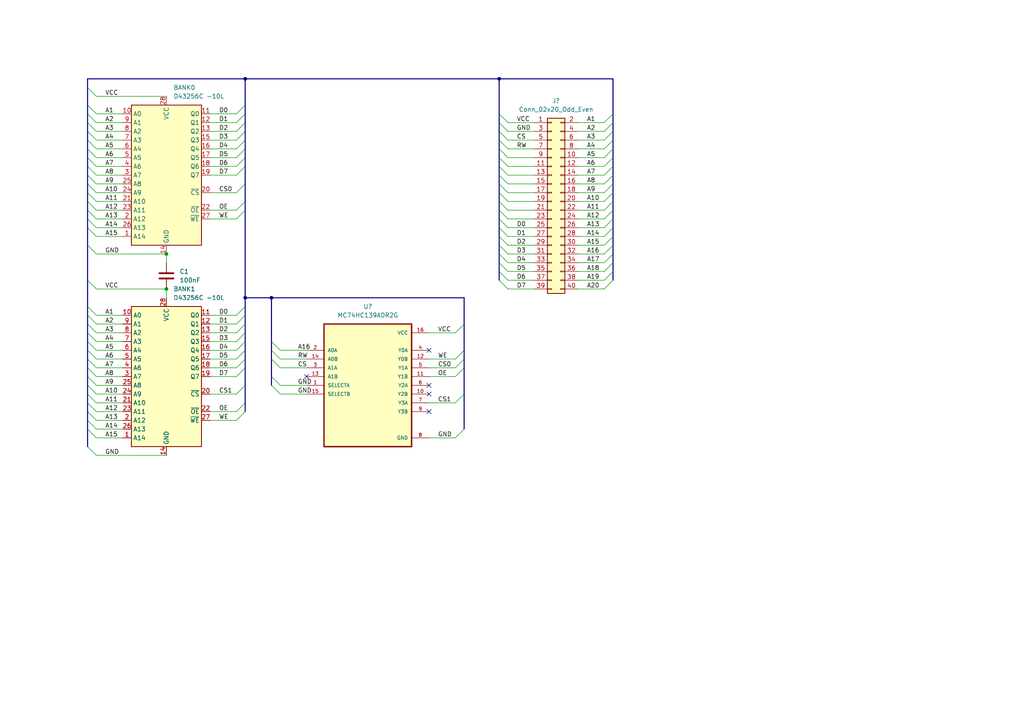
<source format=kicad_sch>
(kicad_sch (version 20211123) (generator eeschema)
  (paper "A4")
  (lib_symbols
    (symbol "Connector_Generic:Conn_02x20_Odd_Even" (pin_names (offset 1.016) hide)
      (property "Reference" "J" (at 1.27 25.4 0))
      (property "Value" "Conn_02x20_Odd_Even" (at 1.27 -27.94 0))
      (symbol "Conn_02x20_Odd_Even_1_1"
        (rectangle (start -1.27 -25.273) (end 0 -25.527) (stroke (width 0.1524)))
        (rectangle (start -1.27 -22.733) (end 0 -22.987) (stroke (width 0.1524)))
        (rectangle (start -1.27 -20.193) (end 0 -20.447) (stroke (width 0.1524)))
        (rectangle (start -1.27 -17.653) (end 0 -17.907) (stroke (width 0.1524)))
        (rectangle (start -1.27 -15.113) (end 0 -15.367) (stroke (width 0.1524)))
        (rectangle (start -1.27 -12.573) (end 0 -12.827) (stroke (width 0.1524)))
        (rectangle (start -1.27 -10.033) (end 0 -10.287) (stroke (width 0.1524)))
        (rectangle (start -1.27 -7.493) (end 0 -7.747) (stroke (width 0.1524)))
        (rectangle (start -1.27 -4.953) (end 0 -5.207) (stroke (width 0.1524)))
        (rectangle (start -1.27 -2.413) (end 0 -2.667) (stroke (width 0.1524)))
        (rectangle (start -1.27 0.127) (end 0 -0.127) (stroke (width 0.1524)))
        (rectangle (start -1.27 2.667) (end 0 2.413) (stroke (width 0.1524)))
        (rectangle (start -1.27 5.207) (end 0 4.953) (stroke (width 0.1524)))
        (rectangle (start -1.27 7.747) (end 0 7.493) (stroke (width 0.1524)))
        (rectangle (start -1.27 10.287) (end 0 10.033) (stroke (width 0.1524)))
        (rectangle (start -1.27 12.827) (end 0 12.573) (stroke (width 0.1524)))
        (rectangle (start -1.27 15.367) (end 0 15.113) (stroke (width 0.1524)))
        (rectangle (start -1.27 17.907) (end 0 17.653) (stroke (width 0.1524)))
        (rectangle (start -1.27 20.447) (end 0 20.193) (stroke (width 0.1524)))
        (rectangle (start -1.27 22.987) (end 0 22.733) (stroke (width 0.1524)))
        (rectangle (start -1.27 24.13) (end 3.81 -26.67) (stroke (width 0.254)) (fill (type background)))
        (rectangle (start 3.81 -25.273) (end 2.54 -25.527) (stroke (width 0.1524)))
        (rectangle (start 3.81 -22.733) (end 2.54 -22.987) (stroke (width 0.1524)))
        (rectangle (start 3.81 -20.193) (end 2.54 -20.447) (stroke (width 0.1524)))
        (rectangle (start 3.81 -17.653) (end 2.54 -17.907) (stroke (width 0.1524)))
        (rectangle (start 3.81 -15.113) (end 2.54 -15.367) (stroke (width 0.1524)))
        (rectangle (start 3.81 -12.573) (end 2.54 -12.827) (stroke (width 0.1524)))
        (rectangle (start 3.81 -10.033) (end 2.54 -10.287) (stroke (width 0.1524)))
        (rectangle (start 3.81 -7.493) (end 2.54 -7.747) (stroke (width 0.1524)))
        (rectangle (start 3.81 -4.953) (end 2.54 -5.207) (stroke (width 0.1524)))
        (rectangle (start 3.81 -2.413) (end 2.54 -2.667) (stroke (width 0.1524)))
        (rectangle (start 3.81 0.127) (end 2.54 -0.127) (stroke (width 0.1524)))
        (rectangle (start 3.81 2.667) (end 2.54 2.413) (stroke (width 0.1524)))
        (rectangle (start 3.81 5.207) (end 2.54 4.953) (stroke (width 0.1524)))
        (rectangle (start 3.81 7.747) (end 2.54 7.493) (stroke (width 0.1524)))
        (rectangle (start 3.81 10.287) (end 2.54 10.033) (stroke (width 0.1524)))
        (rectangle (start 3.81 12.827) (end 2.54 12.573) (stroke (width 0.1524)))
        (rectangle (start 3.81 15.367) (end 2.54 15.113) (stroke (width 0.1524)))
        (rectangle (start 3.81 17.907) (end 2.54 17.653) (stroke (width 0.1524)))
        (rectangle (start 3.81 20.447) (end 2.54 20.193) (stroke (width 0.1524)))
        (rectangle (start 3.81 22.987) (end 2.54 22.733) (stroke (width 0.1524)))
        (pin passive line (at -5.08 22.86 0) (length 3.81) (name "Pin_1") (number "1"))
        (pin passive line (at 7.62 12.7 180) (length 3.81) (name "Pin_10") (number "10"))
        (pin passive line (at -5.08 10.16 0) (length 3.81) (name "Pin_11") (number "11"))
        (pin passive line (at 7.62 10.16 180) (length 3.81) (name "Pin_12") (number "12"))
        (pin passive line (at -5.08 7.62 0) (length 3.81) (name "Pin_13") (number "13"))
        (pin passive line (at 7.62 7.62 180) (length 3.81) (name "Pin_14") (number "14"))
        (pin passive line (at -5.08 5.08 0) (length 3.81) (name "Pin_15") (number "15"))
        (pin passive line (at 7.62 5.08 180) (length 3.81) (name "Pin_16") (number "16"))
        (pin passive line (at -5.08 2.54 0) (length 3.81) (name "Pin_17") (number "17"))
        (pin passive line (at 7.62 2.54 180) (length 3.81) (name "Pin_18") (number "18"))
        (pin passive line (at -5.08 0 0) (length 3.81) (name "Pin_19") (number "19"))
        (pin passive line (at 7.62 22.86 180) (length 3.81) (name "Pin_2") (number "2"))
        (pin passive line (at 7.62 0 180) (length 3.81) (name "Pin_20") (number "20"))
        (pin passive line (at -5.08 -2.54 0) (length 3.81) (name "Pin_21") (number "21"))
        (pin passive line (at 7.62 -2.54 180) (length 3.81) (name "Pin_22") (number "22"))
        (pin passive line (at -5.08 -5.08 0) (length 3.81) (name "Pin_23") (number "23"))
        (pin passive line (at 7.62 -5.08 180) (length 3.81) (name "Pin_24") (number "24"))
        (pin passive line (at -5.08 -7.62 0) (length 3.81) (name "Pin_25") (number "25"))
        (pin passive line (at 7.62 -7.62 180) (length 3.81) (name "Pin_26") (number "26"))
        (pin passive line (at -5.08 -10.16 0) (length 3.81) (name "Pin_27") (number "27"))
        (pin passive line (at 7.62 -10.16 180) (length 3.81) (name "Pin_28") (number "28"))
        (pin passive line (at -5.08 -12.7 0) (length 3.81) (name "Pin_29") (number "29"))
        (pin passive line (at -5.08 20.32 0) (length 3.81) (name "Pin_3") (number "3"))
        (pin passive line (at 7.62 -12.7 180) (length 3.81) (name "Pin_30") (number "30"))
        (pin passive line (at -5.08 -15.24 0) (length 3.81) (name "Pin_31") (number "31"))
        (pin passive line (at 7.62 -15.24 180) (length 3.81) (name "Pin_32") (number "32"))
        (pin passive line (at -5.08 -17.78 0) (length 3.81) (name "Pin_33") (number "33"))
        (pin passive line (at 7.62 -17.78 180) (length 3.81) (name "Pin_34") (number "34"))
        (pin passive line (at -5.08 -20.32 0) (length 3.81) (name "Pin_35") (number "35"))
        (pin passive line (at 7.62 -20.32 180) (length 3.81) (name "Pin_36") (number "36"))
        (pin passive line (at -5.08 -22.86 0) (length 3.81) (name "Pin_37") (number "37"))
        (pin passive line (at 7.62 -22.86 180) (length 3.81) (name "Pin_38") (number "38"))
        (pin passive line (at -5.08 -25.4 0) (length 3.81) (name "Pin_39") (number "39"))
        (pin passive line (at 7.62 20.32 180) (length 3.81) (name "Pin_4") (number "4"))
        (pin passive line (at 7.62 -25.4 180) (length 3.81) (name "Pin_40") (number "40"))
        (pin passive line (at -5.08 17.78 0) (length 3.81) (name "Pin_5") (number "5"))
        (pin passive line (at 7.62 17.78 180) (length 3.81) (name "Pin_6") (number "6"))
        (pin passive line (at -5.08 15.24 0) (length 3.81) (name "Pin_7") (number "7"))
        (pin passive line (at 7.62 15.24 180) (length 3.81) (name "Pin_8") (number "8"))
        (pin passive line (at -5.08 12.7 0) (length 3.81) (name "Pin_9") (number "9"))
      )
    )
    (symbol "Device:C" (pin_numbers hide) (pin_names (offset 0.254))
      (property "Reference" "C" (at 0.635 2.54 0))
      (property "Value" "C" (at 0.635 -2.54 0))
      (symbol "C_0_1"
        (polyline (pts (xy -2.032 -0.762) (xy 2.032 -0.762)) (stroke (width 0.508)))
        (polyline (pts (xy -2.032 0.762) (xy 2.032 0.762)) (stroke (width 0.508)))
      )
      (symbol "C_1_1"
        (pin passive line (at 0 3.81 270) (length 2.794) (name "~") (number "1"))
        (pin passive line (at 0 -3.81 90) (length 2.794) (name "~") (number "2"))
      )
    )
    (symbol "MC74HC139ADR2G:MC74HC139ADR2G" (pin_names (offset 1.016))
      (property "Reference" "U" (at -12.7 18.7706 0))
      (property "Value" "MC74HC139ADR2G" (at -12.7 -21.7678 0))
      (symbol "MC74HC139ADR2G_0_0"
        (rectangle (start -12.7 -17.78) (end 12.7 17.78) (stroke (width 0.4064)) (fill (type background)))
        (pin input line (at -17.78 0 0) (length 5.08) (name "SELECTA") (number "1"))
        (pin output line (at 17.78 -2.54 180) (length 5.08) (name "Y2B") (number "10"))
        (pin output line (at 17.78 2.54 180) (length 5.08) (name "Y1B") (number "11"))
        (pin output line (at 17.78 7.62 180) (length 5.08) (name "Y0B") (number "12"))
        (pin input line (at -17.78 2.54 0) (length 5.08) (name "A1B") (number "13"))
        (pin input line (at -17.78 7.62 0) (length 5.08) (name "A0B") (number "14"))
        (pin input line (at -17.78 -2.54 0) (length 5.08) (name "SELECTB") (number "15"))
        (pin power_in line (at 17.78 15.24 180) (length 5.08) (name "VCC") (number "16"))
        (pin input line (at -17.78 10.16 0) (length 5.08) (name "A0A") (number "2"))
        (pin input line (at -17.78 5.08 0) (length 5.08) (name "A1A") (number "3"))
        (pin output line (at 17.78 10.16 180) (length 5.08) (name "Y0A") (number "4"))
        (pin output line (at 17.78 5.08 180) (length 5.08) (name "Y1A") (number "5"))
        (pin output line (at 17.78 0 180) (length 5.08) (name "Y2A") (number "6"))
        (pin output line (at 17.78 -5.08 180) (length 5.08) (name "Y3A") (number "7"))
        (pin power_in line (at 17.78 -15.24 180) (length 5.08) (name "GND") (number "8"))
        (pin output line (at 17.78 -7.62 180) (length 5.08) (name "Y3B") (number "9"))
      )
    )
    (symbol "Memory_RAM:HM62256BLP"
      (property "Reference" "U" (at -10.16 20.955 0))
      (property "Value" "HM62256BLP" (at 2.54 20.955 0))
      (symbol "HM62256BLP_0_0"
        (pin power_in line (at 0 -22.86 90) (length 2.54) (name "GND") (number "14"))
        (pin power_in line (at 0 22.86 270) (length 2.54) (name "VCC") (number "28"))
      )
      (symbol "HM62256BLP_0_1"
        (rectangle (start -10.16 20.32) (end 10.16 -20.32) (stroke (width 0.254)) (fill (type background)))
      )
      (symbol "HM62256BLP_1_1"
        (pin input line (at -12.7 -17.78 0) (length 2.54) (name "A14") (number "1"))
        (pin input line (at -12.7 17.78 0) (length 2.54) (name "A0") (number "10"))
        (pin tri_state line (at 12.7 17.78 180) (length 2.54) (name "Q0") (number "11"))
        (pin tri_state line (at 12.7 15.24 180) (length 2.54) (name "Q1") (number "12"))
        (pin tri_state line (at 12.7 12.7 180) (length 2.54) (name "Q2") (number "13"))
        (pin tri_state line (at 12.7 10.16 180) (length 2.54) (name "Q3") (number "15"))
        (pin tri_state line (at 12.7 7.62 180) (length 2.54) (name "Q4") (number "16"))
        (pin tri_state line (at 12.7 5.08 180) (length 2.54) (name "Q5") (number "17"))
        (pin tri_state line (at 12.7 2.54 180) (length 2.54) (name "Q6") (number "18"))
        (pin tri_state line (at 12.7 0 180) (length 2.54) (name "Q7") (number "19"))
        (pin input line (at -12.7 -12.7 0) (length 2.54) (name "A12") (number "2"))
        (pin input line (at 12.7 -5.08 180) (length 2.54) (name "~{CS}") (number "20"))
        (pin input line (at -12.7 -7.62 0) (length 2.54) (name "A10") (number "21"))
        (pin input line (at 12.7 -10.16 180) (length 2.54) (name "~{OE}") (number "22"))
        (pin input line (at -12.7 -10.16 0) (length 2.54) (name "A11") (number "23"))
        (pin input line (at -12.7 -5.08 0) (length 2.54) (name "A9") (number "24"))
        (pin input line (at -12.7 -2.54 0) (length 2.54) (name "A8") (number "25"))
        (pin input line (at -12.7 -15.24 0) (length 2.54) (name "A13") (number "26"))
        (pin input line (at 12.7 -12.7 180) (length 2.54) (name "~{WE}") (number "27"))
        (pin input line (at -12.7 0 0) (length 2.54) (name "A7") (number "3"))
        (pin input line (at -12.7 2.54 0) (length 2.54) (name "A6") (number "4"))
        (pin input line (at -12.7 5.08 0) (length 2.54) (name "A5") (number "5"))
        (pin input line (at -12.7 7.62 0) (length 2.54) (name "A4") (number "6"))
        (pin input line (at -12.7 10.16 0) (length 2.54) (name "A3") (number "7"))
        (pin input line (at -12.7 12.7 0) (length 2.54) (name "A2") (number "8"))
        (pin input line (at -12.7 15.24 0) (length 2.54) (name "A1") (number "9"))
      )
    )
  )
  (junction (at 71.12 22.86))
  (junction (at 48.26 83.82))
  (junction (at 78.74 86.36))
  (junction (at 48.26 73.66))
  (junction (at 71.12 86.36))
  (junction (at 144.78 22.86))
  (no_connect (at 88.9 109.22))
  (no_connect (at 124.46 119.38))
  (no_connect (at 124.46 111.76))
  (no_connect (at 124.46 101.6))
  (no_connect (at 124.46 114.3))
  (bus_entry (at 144.78 68.58) (size 2.54 2.54))
  (bus_entry (at 175.26 83.82) (size 2.54 -2.54))
  (bus_entry (at 144.78 71.12) (size 2.54 2.54))
  (bus_entry (at 144.78 66.04) (size 2.54 2.54))
  (bus_entry (at 175.26 45.72) (size 2.54 -2.54))
  (bus_entry (at 144.78 73.66) (size 2.54 2.54))
  (bus_entry (at 144.78 55.88) (size 2.54 2.54))
  (bus_entry (at 144.78 78.74) (size 2.54 2.54))
  (bus_entry (at 175.26 63.5) (size 2.54 -2.54))
  (bus_entry (at 25.4 58.42) (size 2.54 2.54))
  (bus_entry (at 68.58 38.1) (size 2.54 -2.54))
  (bus_entry (at 68.58 43.18) (size 2.54 -2.54))
  (bus_entry (at 144.78 63.5) (size 2.54 2.54))
  (bus_entry (at 25.4 116.84) (size 2.54 2.54))
  (bus_entry (at 68.58 99.06) (size 2.54 -2.54))
  (bus_entry (at 68.58 40.64) (size 2.54 -2.54))
  (bus_entry (at 25.4 111.76) (size 2.54 2.54))
  (bus_entry (at 175.26 43.18) (size 2.54 -2.54))
  (bus_entry (at 175.26 48.26) (size 2.54 -2.54))
  (bus_entry (at 68.58 45.72) (size 2.54 -2.54))
  (bus_entry (at 68.58 101.6) (size 2.54 -2.54))
  (bus_entry (at 25.4 91.44) (size 2.54 2.54))
  (bus_entry (at 25.4 101.6) (size 2.54 2.54))
  (bus_entry (at 175.26 76.2) (size 2.54 -2.54))
  (bus_entry (at 144.78 33.02) (size 2.54 2.54))
  (bus_entry (at 68.58 121.92) (size 2.54 -2.54))
  (bus_entry (at 68.58 60.96) (size 2.54 -2.54))
  (bus_entry (at 68.58 119.38) (size 2.54 -2.54))
  (bus_entry (at 68.58 63.5) (size 2.54 -2.54))
  (bus_entry (at 175.26 60.96) (size 2.54 -2.54))
  (bus_entry (at 25.4 114.3) (size 2.54 2.54))
  (bus_entry (at 25.4 124.46) (size 2.54 2.54))
  (bus_entry (at 175.26 40.64) (size 2.54 -2.54))
  (bus_entry (at 25.4 35.56) (size 2.54 2.54))
  (bus_entry (at 25.4 66.04) (size 2.54 2.54))
  (bus_entry (at 144.78 40.64) (size 2.54 2.54))
  (bus_entry (at 175.26 53.34) (size 2.54 -2.54))
  (bus_entry (at 25.4 33.02) (size 2.54 2.54))
  (bus_entry (at 25.4 43.18) (size 2.54 2.54))
  (bus_entry (at 25.4 121.92) (size 2.54 2.54))
  (bus_entry (at 175.26 50.8) (size 2.54 -2.54))
  (bus_entry (at 175.26 68.58) (size 2.54 -2.54))
  (bus_entry (at 25.4 96.52) (size 2.54 2.54))
  (bus_entry (at 144.78 45.72) (size 2.54 2.54))
  (bus_entry (at 25.4 99.06) (size 2.54 2.54))
  (bus_entry (at 25.4 129.54) (size 2.54 2.54))
  (bus_entry (at 25.4 71.12) (size 2.54 2.54))
  (bus_entry (at 25.4 81.28) (size 2.54 2.54))
  (bus_entry (at 25.4 25.4) (size 2.54 2.54))
  (bus_entry (at 25.4 53.34) (size 2.54 2.54))
  (bus_entry (at 144.78 60.96) (size 2.54 2.54))
  (bus_entry (at 175.26 58.42) (size 2.54 -2.54))
  (bus_entry (at 68.58 35.56) (size 2.54 -2.54))
  (bus_entry (at 144.78 38.1) (size 2.54 2.54))
  (bus_entry (at 25.4 93.98) (size 2.54 2.54))
  (bus_entry (at 68.58 50.8) (size 2.54 -2.54))
  (bus_entry (at 25.4 109.22) (size 2.54 2.54))
  (bus_entry (at 25.4 106.68) (size 2.54 2.54))
  (bus_entry (at 25.4 48.26) (size 2.54 2.54))
  (bus_entry (at 144.78 53.34) (size 2.54 2.54))
  (bus_entry (at 144.78 50.8) (size 2.54 2.54))
  (bus_entry (at 144.78 35.56) (size 2.54 2.54))
  (bus_entry (at 25.4 104.14) (size 2.54 2.54))
  (bus_entry (at 68.58 104.14) (size 2.54 -2.54))
  (bus_entry (at 25.4 55.88) (size 2.54 2.54))
  (bus_entry (at 175.26 66.04) (size 2.54 -2.54))
  (bus_entry (at 175.26 38.1) (size 2.54 -2.54))
  (bus_entry (at 25.4 88.9) (size 2.54 2.54))
  (bus_entry (at 25.4 50.8) (size 2.54 2.54))
  (bus_entry (at 78.74 109.22) (size 2.54 2.54))
  (bus_entry (at 78.74 111.76) (size 2.54 2.54))
  (bus_entry (at 132.08 96.52) (size 2.54 -2.54))
  (bus_entry (at 132.08 104.14) (size 2.54 -2.54))
  (bus_entry (at 78.74 104.14) (size 2.54 2.54))
  (bus_entry (at 78.74 99.06) (size 2.54 2.54))
  (bus_entry (at 78.74 101.6) (size 2.54 2.54))
  (bus_entry (at 132.08 109.22) (size 2.54 -2.54))
  (bus_entry (at 132.08 106.68) (size 2.54 -2.54))
  (bus_entry (at 132.08 127) (size 2.54 -2.54))
  (bus_entry (at 132.08 116.84) (size 2.54 -2.54))
  (bus_entry (at 144.78 81.28) (size 2.54 2.54))
  (bus_entry (at 68.58 93.98) (size 2.54 -2.54))
  (bus_entry (at 68.58 91.44) (size 2.54 -2.54))
  (bus_entry (at 25.4 60.96) (size 2.54 2.54))
  (bus_entry (at 68.58 106.68) (size 2.54 -2.54))
  (bus_entry (at 175.26 55.88) (size 2.54 -2.54))
  (bus_entry (at 175.26 81.28) (size 2.54 -2.54))
  (bus_entry (at 175.26 73.66) (size 2.54 -2.54))
  (bus_entry (at 68.58 96.52) (size 2.54 -2.54))
  (bus_entry (at 25.4 45.72) (size 2.54 2.54))
  (bus_entry (at 25.4 38.1) (size 2.54 2.54))
  (bus_entry (at 175.26 71.12) (size 2.54 -2.54))
  (bus_entry (at 68.58 109.22) (size 2.54 -2.54))
  (bus_entry (at 175.26 35.56) (size 2.54 -2.54))
  (bus_entry (at 175.26 78.74) (size 2.54 -2.54))
  (bus_entry (at 25.4 40.64) (size 2.54 2.54))
  (bus_entry (at 144.78 48.26) (size 2.54 2.54))
  (bus_entry (at 68.58 48.26) (size 2.54 -2.54))
  (bus_entry (at 25.4 30.48) (size 2.54 2.54))
  (bus_entry (at 144.78 43.18) (size 2.54 2.54))
  (bus_entry (at 25.4 119.38) (size 2.54 2.54))
  (bus_entry (at 144.78 76.2) (size 2.54 2.54))
  (bus_entry (at 144.78 58.42) (size 2.54 2.54))
  (bus_entry (at 68.58 55.88) (size 2.54 -2.54))
  (bus_entry (at 68.58 114.3) (size 2.54 -2.54))
  (bus_entry (at 25.4 63.5) (size 2.54 2.54))
  (bus_entry (at 68.58 33.02) (size 2.54 -2.54))
  (wire (pts (xy 60.96 55.88) (xy 68.58 55.88)))
  (bus (pts (xy 25.4 121.92) (xy 25.4 119.38)))
  (bus (pts (xy 177.8 22.86) (xy 177.8 33.02)))
  (wire (pts (xy 27.94 109.22) (xy 35.56 109.22)))
  (bus (pts (xy 25.4 116.84) (xy 25.4 114.3)))
  (bus (pts (xy 177.8 68.58) (xy 177.8 71.12)))
  (bus (pts (xy 71.12 22.86) (xy 71.12 30.48)))
  (bus (pts (xy 144.78 38.1) (xy 144.78 40.64)))
  (wire (pts (xy 147.32 81.28) (xy 154.94 81.28)))
  (bus (pts (xy 71.12 86.36) (xy 78.74 86.36)))
  (wire (pts (xy 167.64 73.66) (xy 175.26 73.66)))
  (bus (pts (xy 71.12 116.84) (xy 71.12 119.38)))
  (bus (pts (xy 25.4 58.42) (xy 25.4 55.88)))
  (wire (pts (xy 147.32 38.1) (xy 154.94 38.1)))
  (wire (pts (xy 60.96 119.38) (xy 68.58 119.38)))
  (wire (pts (xy 60.96 96.52) (xy 68.58 96.52)))
  (bus (pts (xy 177.8 33.02) (xy 177.8 35.56)))
  (bus (pts (xy 144.78 40.64) (xy 144.78 43.18)))
  (wire (pts (xy 147.32 40.64) (xy 154.94 40.64)))
  (wire (pts (xy 60.96 101.6) (xy 68.58 101.6)))
  (bus (pts (xy 144.78 66.04) (xy 144.78 68.58)))
  (wire (pts (xy 124.46 109.22) (xy 132.08 109.22)))
  (wire (pts (xy 124.46 116.84) (xy 132.08 116.84)))
  (wire (pts (xy 27.94 93.98) (xy 35.56 93.98)))
  (bus (pts (xy 177.8 48.26) (xy 177.8 50.8)))
  (bus (pts (xy 71.12 58.42) (xy 71.12 60.96)))
  (wire (pts (xy 60.96 38.1) (xy 68.58 38.1)))
  (wire (pts (xy 27.94 50.8) (xy 35.56 50.8)))
  (wire (pts (xy 147.32 45.72) (xy 154.94 45.72)))
  (wire (pts (xy 60.96 60.96) (xy 68.58 60.96)))
  (wire (pts (xy 27.94 121.92) (xy 35.56 121.92)))
  (bus (pts (xy 71.12 48.26) (xy 71.12 53.34)))
  (bus (pts (xy 25.4 55.88) (xy 25.4 53.34)))
  (bus (pts (xy 25.4 101.6) (xy 25.4 99.06)))
  (bus (pts (xy 71.12 40.64) (xy 71.12 43.18)))
  (wire (pts (xy 27.94 73.66) (xy 48.26 73.66)))
  (bus (pts (xy 71.12 111.76) (xy 71.12 116.84)))
  (wire (pts (xy 48.26 83.82) (xy 48.26 86.36)))
  (wire (pts (xy 27.94 63.5) (xy 35.56 63.5)))
  (bus (pts (xy 71.12 106.68) (xy 71.12 111.76)))
  (wire (pts (xy 167.64 60.96) (xy 175.26 60.96)))
  (bus (pts (xy 25.4 114.3) (xy 25.4 111.76)))
  (bus (pts (xy 71.12 30.48) (xy 71.12 33.02)))
  (bus (pts (xy 25.4 22.86) (xy 71.12 22.86)))
  (bus (pts (xy 177.8 38.1) (xy 177.8 40.64)))
  (wire (pts (xy 124.46 104.14) (xy 132.08 104.14)))
  (wire (pts (xy 27.94 66.04) (xy 35.56 66.04)))
  (bus (pts (xy 144.78 60.96) (xy 144.78 63.5)))
  (bus (pts (xy 71.12 96.52) (xy 71.12 99.06)))
  (wire (pts (xy 167.64 66.04) (xy 175.26 66.04)))
  (wire (pts (xy 27.94 27.94) (xy 48.26 27.94)))
  (wire (pts (xy 60.96 91.44) (xy 68.58 91.44)))
  (bus (pts (xy 144.78 58.42) (xy 144.78 60.96)))
  (bus (pts (xy 144.78 45.72) (xy 144.78 48.26)))
  (wire (pts (xy 27.94 40.64) (xy 35.56 40.64)))
  (wire (pts (xy 27.94 83.82) (xy 48.26 83.82)))
  (bus (pts (xy 144.78 33.02) (xy 144.78 35.56)))
  (bus (pts (xy 177.8 40.64) (xy 177.8 43.18)))
  (bus (pts (xy 71.12 38.1) (xy 71.12 40.64)))
  (bus (pts (xy 25.4 30.48) (xy 25.4 25.4)))
  (wire (pts (xy 60.96 104.14) (xy 68.58 104.14)))
  (bus (pts (xy 78.74 99.06) (xy 78.74 101.6)))
  (wire (pts (xy 27.94 124.46) (xy 35.56 124.46)))
  (bus (pts (xy 25.4 25.4) (xy 25.4 22.86)))
  (wire (pts (xy 147.32 35.56) (xy 154.94 35.56)))
  (wire (pts (xy 27.94 104.14) (xy 35.56 104.14)))
  (bus (pts (xy 25.4 35.56) (xy 25.4 33.02)))
  (wire (pts (xy 27.94 68.58) (xy 35.56 68.58)))
  (bus (pts (xy 134.62 106.68) (xy 134.62 114.3)))
  (bus (pts (xy 177.8 43.18) (xy 177.8 45.72)))
  (wire (pts (xy 27.94 48.26) (xy 35.56 48.26)))
  (bus (pts (xy 25.4 71.12) (xy 25.4 66.04)))
  (wire (pts (xy 167.64 63.5) (xy 175.26 63.5)))
  (bus (pts (xy 144.78 55.88) (xy 144.78 58.42)))
  (wire (pts (xy 27.94 96.52) (xy 35.56 96.52)))
  (bus (pts (xy 134.62 104.14) (xy 134.62 106.68)))
  (wire (pts (xy 167.64 38.1) (xy 175.26 38.1)))
  (wire (pts (xy 147.32 66.04) (xy 154.94 66.04)))
  (bus (pts (xy 25.4 60.96) (xy 25.4 58.42)))
  (wire (pts (xy 167.64 83.82) (xy 175.26 83.82)))
  (bus (pts (xy 25.4 33.02) (xy 25.4 30.48)))
  (wire (pts (xy 60.96 43.18) (xy 68.58 43.18)))
  (bus (pts (xy 25.4 93.98) (xy 25.4 91.44)))
  (wire (pts (xy 147.32 68.58) (xy 154.94 68.58)))
  (bus (pts (xy 25.4 99.06) (xy 25.4 96.52)))
  (wire (pts (xy 167.64 35.56) (xy 175.26 35.56)))
  (wire (pts (xy 60.96 114.3) (xy 68.58 114.3)))
  (wire (pts (xy 147.32 55.88) (xy 154.94 55.88)))
  (bus (pts (xy 71.12 101.6) (xy 71.12 104.14)))
  (bus (pts (xy 25.4 111.76) (xy 25.4 109.22)))
  (wire (pts (xy 124.46 127) (xy 132.08 127)))
  (wire (pts (xy 27.94 119.38) (xy 35.56 119.38)))
  (wire (pts (xy 81.28 114.3) (xy 88.9 114.3)))
  (wire (pts (xy 27.94 60.96) (xy 35.56 60.96)))
  (bus (pts (xy 25.4 43.18) (xy 25.4 40.64)))
  (bus (pts (xy 71.12 99.06) (xy 71.12 101.6)))
  (wire (pts (xy 27.94 43.18) (xy 35.56 43.18)))
  (wire (pts (xy 147.32 63.5) (xy 154.94 63.5)))
  (wire (pts (xy 167.64 53.34) (xy 175.26 53.34)))
  (wire (pts (xy 60.96 63.5) (xy 68.58 63.5)))
  (wire (pts (xy 147.32 43.18) (xy 154.94 43.18)))
  (bus (pts (xy 71.12 60.96) (xy 71.12 86.36)))
  (bus (pts (xy 177.8 73.66) (xy 177.8 76.2)))
  (bus (pts (xy 144.78 53.34) (xy 144.78 55.88)))
  (wire (pts (xy 60.96 121.92) (xy 68.58 121.92)))
  (bus (pts (xy 71.12 22.86) (xy 144.78 22.86)))
  (bus (pts (xy 177.8 66.04) (xy 177.8 68.58)))
  (wire (pts (xy 147.32 71.12) (xy 154.94 71.12)))
  (bus (pts (xy 144.78 71.12) (xy 144.78 73.66)))
  (bus (pts (xy 177.8 53.34) (xy 177.8 55.88)))
  (wire (pts (xy 167.64 78.74) (xy 175.26 78.74)))
  (bus (pts (xy 25.4 124.46) (xy 25.4 121.92)))
  (wire (pts (xy 60.96 93.98) (xy 68.58 93.98)))
  (bus (pts (xy 177.8 63.5) (xy 177.8 66.04)))
  (bus (pts (xy 71.12 53.34) (xy 71.12 58.42)))
  (bus (pts (xy 177.8 45.72) (xy 177.8 48.26)))
  (wire (pts (xy 167.64 71.12) (xy 175.26 71.12)))
  (wire (pts (xy 27.94 58.42) (xy 35.56 58.42)))
  (bus (pts (xy 25.4 106.68) (xy 25.4 104.14)))
  (bus (pts (xy 177.8 71.12) (xy 177.8 73.66)))
  (bus (pts (xy 144.78 78.74) (xy 144.78 81.28)))
  (bus (pts (xy 25.4 40.64) (xy 25.4 38.1)))
  (wire (pts (xy 167.64 50.8) (xy 175.26 50.8)))
  (bus (pts (xy 177.8 76.2) (xy 177.8 78.74)))
  (bus (pts (xy 134.62 101.6) (xy 134.62 104.14)))
  (wire (pts (xy 60.96 99.06) (xy 68.58 99.06)))
  (bus (pts (xy 71.12 91.44) (xy 71.12 93.98)))
  (bus (pts (xy 177.8 50.8) (xy 177.8 53.34)))
  (wire (pts (xy 60.96 35.56) (xy 68.58 35.56)))
  (wire (pts (xy 60.96 33.02) (xy 68.58 33.02)))
  (wire (pts (xy 60.96 50.8) (xy 68.58 50.8)))
  (bus (pts (xy 177.8 35.56) (xy 177.8 38.1)))
  (bus (pts (xy 78.74 86.36) (xy 134.62 86.36)))
  (bus (pts (xy 78.74 104.14) (xy 78.74 109.22)))
  (wire (pts (xy 60.96 40.64) (xy 68.58 40.64)))
  (wire (pts (xy 167.64 76.2) (xy 175.26 76.2)))
  (bus (pts (xy 78.74 101.6) (xy 78.74 104.14)))
  (bus (pts (xy 177.8 60.96) (xy 177.8 63.5)))
  (wire (pts (xy 147.32 48.26) (xy 154.94 48.26)))
  (wire (pts (xy 124.46 106.68) (xy 132.08 106.68)))
  (wire (pts (xy 167.64 45.72) (xy 175.26 45.72)))
  (wire (pts (xy 60.96 48.26) (xy 68.58 48.26)))
  (wire (pts (xy 147.32 53.34) (xy 154.94 53.34)))
  (bus (pts (xy 177.8 58.42) (xy 177.8 60.96)))
  (wire (pts (xy 167.64 40.64) (xy 175.26 40.64)))
  (bus (pts (xy 25.4 104.14) (xy 25.4 101.6)))
  (bus (pts (xy 25.4 88.9) (xy 25.4 81.28)))
  (bus (pts (xy 71.12 35.56) (xy 71.12 38.1)))
  (wire (pts (xy 167.64 81.28) (xy 175.26 81.28)))
  (bus (pts (xy 25.4 96.52) (xy 25.4 93.98)))
  (wire (pts (xy 27.94 35.56) (xy 35.56 35.56)))
  (bus (pts (xy 144.78 43.18) (xy 144.78 45.72)))
  (wire (pts (xy 81.28 104.14) (xy 88.9 104.14)))
  (bus (pts (xy 144.78 76.2) (xy 144.78 78.74)))
  (wire (pts (xy 27.94 127) (xy 35.56 127)))
  (wire (pts (xy 167.64 43.18) (xy 175.26 43.18)))
  (bus (pts (xy 25.4 91.44) (xy 25.4 88.9)))
  (bus (pts (xy 144.78 63.5) (xy 144.78 66.04)))
  (bus (pts (xy 71.12 104.14) (xy 71.12 106.68)))
  (wire (pts (xy 147.32 76.2) (xy 154.94 76.2)))
  (bus (pts (xy 144.78 68.58) (xy 144.78 71.12)))
  (bus (pts (xy 177.8 55.88) (xy 177.8 58.42)))
  (bus (pts (xy 177.8 78.74) (xy 177.8 81.28)))
  (wire (pts (xy 147.32 58.42) (xy 154.94 58.42)))
  (bus (pts (xy 25.4 81.28) (xy 25.4 71.12)))
  (bus (pts (xy 25.4 124.46) (xy 25.4 129.54)))
  (wire (pts (xy 167.64 48.26) (xy 175.26 48.26)))
  (wire (pts (xy 27.94 53.34) (xy 35.56 53.34)))
  (bus (pts (xy 134.62 114.3) (xy 134.62 124.46)))
  (wire (pts (xy 27.94 132.08) (xy 48.26 132.08)))
  (bus (pts (xy 134.62 86.36) (xy 134.62 93.98)))
  (bus (pts (xy 144.78 35.56) (xy 144.78 38.1)))
  (bus (pts (xy 25.4 119.38) (xy 25.4 116.84)))
  (wire (pts (xy 27.94 101.6) (xy 35.56 101.6)))
  (bus (pts (xy 144.78 50.8) (xy 144.78 53.34)))
  (wire (pts (xy 27.94 91.44) (xy 35.56 91.44)))
  (wire (pts (xy 27.94 106.68) (xy 35.56 106.68)))
  (wire (pts (xy 27.94 33.02) (xy 35.56 33.02)))
  (bus (pts (xy 25.4 63.5) (xy 25.4 60.96)))
  (wire (pts (xy 60.96 106.68) (xy 68.58 106.68)))
  (wire (pts (xy 48.26 73.66) (xy 48.26 76.2)))
  (bus (pts (xy 144.78 73.66) (xy 144.78 76.2)))
  (wire (pts (xy 147.32 73.66) (xy 154.94 73.66)))
  (bus (pts (xy 25.4 50.8) (xy 25.4 48.26)))
  (bus (pts (xy 144.78 22.86) (xy 177.8 22.86)))
  (wire (pts (xy 124.46 96.52) (xy 132.08 96.52)))
  (wire (pts (xy 60.96 109.22) (xy 68.58 109.22)))
  (wire (pts (xy 147.32 50.8) (xy 154.94 50.8)))
  (bus (pts (xy 71.12 43.18) (xy 71.12 45.72)))
  (wire (pts (xy 167.64 55.88) (xy 175.26 55.88)))
  (bus (pts (xy 25.4 38.1) (xy 25.4 35.56)))
  (bus (pts (xy 71.12 33.02) (xy 71.12 35.56)))
  (wire (pts (xy 147.32 60.96) (xy 154.94 60.96)))
  (wire (pts (xy 167.64 68.58) (xy 175.26 68.58)))
  (wire (pts (xy 27.94 45.72) (xy 35.56 45.72)))
  (bus (pts (xy 25.4 53.34) (xy 25.4 50.8)))
  (bus (pts (xy 78.74 109.22) (xy 78.74 111.76)))
  (bus (pts (xy 144.78 22.86) (xy 144.78 33.02)))
  (wire (pts (xy 81.28 101.6) (xy 88.9 101.6)))
  (bus (pts (xy 25.4 109.22) (xy 25.4 106.68)))
  (wire (pts (xy 27.94 99.06) (xy 35.56 99.06)))
  (bus (pts (xy 71.12 86.36) (xy 71.12 88.9)))
  (wire (pts (xy 60.96 45.72) (xy 68.58 45.72)))
  (wire (pts (xy 27.94 116.84) (xy 35.56 116.84)))
  (bus (pts (xy 144.78 48.26) (xy 144.78 50.8)))
  (wire (pts (xy 147.32 78.74) (xy 154.94 78.74)))
  (bus (pts (xy 25.4 48.26) (xy 25.4 45.72)))
  (wire (pts (xy 147.32 83.82) (xy 154.94 83.82)))
  (bus (pts (xy 71.12 88.9) (xy 71.12 91.44)))
  (bus (pts (xy 25.4 66.04) (xy 25.4 63.5)))
  (wire (pts (xy 81.28 106.68) (xy 88.9 106.68)))
  (bus (pts (xy 71.12 45.72) (xy 71.12 48.26)))
  (bus (pts (xy 78.74 86.36) (xy 78.74 99.06)))
  (wire (pts (xy 27.94 111.76) (xy 35.56 111.76)))
  (bus (pts (xy 25.4 45.72) (xy 25.4 43.18)))
  (wire (pts (xy 27.94 38.1) (xy 35.56 38.1)))
  (bus (pts (xy 134.62 93.98) (xy 134.62 101.6)))
  (wire (pts (xy 81.28 111.76) (xy 88.9 111.76)))
  (wire (pts (xy 27.94 55.88) (xy 35.56 55.88)))
  (wire (pts (xy 167.64 58.42) (xy 175.26 58.42)))
  (wire (pts (xy 27.94 114.3) (xy 35.56 114.3)))
  (bus (pts (xy 71.12 93.98) (xy 71.12 96.52)))
  (label "A11" (at 30.48 116.84 0))
  (label "A4" (at 30.48 40.64 0))
  (label "D4" (at 63.5 101.6 0))
  (label "A5" (at 30.48 43.18 0))
  (label "D6" (at 63.5 48.26 0))
  (label "A10" (at 30.48 55.88 0))
  (label "A8" (at 30.48 109.22 0))
  (label "A20" (at 170.18 83.82 0))
  (label "D2" (at 63.5 38.1 0))
  (label "A9" (at 30.48 111.76 0))
  (label "D6" (at 149.86 81.28 0))
  (label "A7" (at 30.48 48.26 0))
  (label "D3" (at 63.5 40.64 0))
  (label "OE" (at 63.5 60.96 0))
  (label "GND" (at 127 127 0))
  (label "WE" (at 127 104.14 0))
  (label "A9" (at 30.48 53.34 0))
  (label "A12" (at 30.48 119.38 0))
  (label "A6" (at 170.18 48.26 0))
  (label "A11" (at 30.48 58.42 0))
  (label "D7" (at 63.5 109.22 0))
  (label "RW" (at 149.86 43.18 0))
  (label "A8" (at 170.18 53.34 0))
  (label "A4" (at 170.18 43.18 0))
  (label "CS0" (at 127 106.68 0))
  (label "VCC" (at 30.48 83.82 0))
  (label "OE" (at 63.5 119.38 0))
  (label "A5" (at 30.48 101.6 0))
  (label "A10" (at 30.48 114.3 0))
  (label "A13" (at 30.48 121.92 0))
  (label "A15" (at 30.48 127 0))
  (label "D3" (at 63.5 99.06 0))
  (label "D5" (at 149.86 78.74 0))
  (label "A19" (at 170.18 81.28 0))
  (label "A12" (at 170.18 63.5 0))
  (label "A15" (at 30.48 68.58 0))
  (label "VCC" (at 30.48 27.94 0))
  (label "GND" (at 86.36 111.76 0))
  (label "A3" (at 30.48 38.1 0))
  (label "CS0" (at 63.5 55.88 0))
  (label "GND" (at 30.48 132.08 0))
  (label "CS1" (at 127 116.84 0))
  (label "D3" (at 149.86 73.66 0))
  (label "A14" (at 30.48 124.46 0))
  (label "A4" (at 30.48 99.06 0))
  (label "A1" (at 30.48 91.44 0))
  (label "D4" (at 149.86 76.2 0))
  (label "A9" (at 170.18 55.88 0))
  (label "A16" (at 170.18 73.66 0))
  (label "WE" (at 63.5 121.92 0))
  (label "GND" (at 30.48 73.66 0))
  (label "CS1" (at 63.5 114.3 0))
  (label "D1" (at 63.5 93.98 0))
  (label "A2" (at 30.48 93.98 0))
  (label "A5" (at 170.18 45.72 0))
  (label "A17" (at 170.18 76.2 0))
  (label "A16" (at 86.36 101.6 0))
  (label "VCC" (at 127 96.52 0))
  (label "OE" (at 127 109.22 0))
  (label "GND" (at 86.36 114.3 0))
  (label "D5" (at 63.5 45.72 0))
  (label "A10" (at 170.18 58.42 0))
  (label "D0" (at 63.5 33.02 0))
  (label "A11" (at 170.18 60.96 0))
  (label "D2" (at 63.5 96.52 0))
  (label "A3" (at 30.48 96.52 0))
  (label "D0" (at 63.5 91.44 0))
  (label "D0" (at 149.86 66.04 0))
  (label "A6" (at 30.48 104.14 0))
  (label "A1" (at 30.48 33.02 0))
  (label "WE" (at 63.5 63.5 0))
  (label "RW" (at 86.36 104.14 0))
  (label "A6" (at 30.48 45.72 0))
  (label "D6" (at 63.5 106.68 0))
  (label "A13" (at 170.18 66.04 0))
  (label "D1" (at 149.86 68.58 0))
  (label "A13" (at 30.48 63.5 0))
  (label "GND" (at 149.86 38.1 0))
  (label "A18" (at 170.18 78.74 0))
  (label "A14" (at 170.18 68.58 0))
  (label "D7" (at 149.86 83.82 0))
  (label "A15" (at 170.18 71.12 0))
  (label "VCC" (at 149.86 35.56 0))
  (label "D1" (at 63.5 35.56 0))
  (label "A12" (at 30.48 60.96 0))
  (label "D7" (at 63.5 50.8 0))
  (label "CS" (at 149.86 40.64 0))
  (label "A2" (at 30.48 35.56 0))
  (label "A14" (at 30.48 66.04 0))
  (label "A2" (at 170.18 38.1 0))
  (label "A7" (at 30.48 106.68 0))
  (label "D2" (at 149.86 71.12 0))
  (label "A3" (at 170.18 40.64 0))
  (label "D5" (at 63.5 104.14 0))
  (label "A1" (at 170.18 35.56 0))
  (label "A7" (at 170.18 50.8 0))
  (label "CS" (at 86.36 106.68 0))
  (label "D4" (at 63.5 43.18 0))
  (label "A8" (at 30.48 50.8 0))
  (symbol (lib_id "MC74HC139ADR2G:MC74HC139ADR2G") (at 106.68 111.76 0) (unit 1)
    (property "Reference" "U?" (at 106.68 88.9 0))
    (property "Value" "MC74HC139ADR2G" (at 106.68 91.44 0))
    (property "Footprint" "SOIC127P600X175-16N" (effects hide))
  )
  (symbol (lib_id "Connector_Generic:Conn_02x20_Odd_Even") (at 160.02 58.42 0) (unit 1)
    (property "Reference" "J?" (at 161.29 29.21 0))
    (property "Value" "Conn_02x20_Odd_Even" (at 161.29 31.75 0))
  )
  (symbol (lib_id "Memory_RAM:HM62256BLP") (at 48.26 50.8 0) (unit 1)
    (property "Reference" "BANK0" (at 50.2794 25.4 0) (effects (justify left)))
    (property "Value" "D43256C -10L" (at 50.2794 27.94 0) (effects (justify left)))
    (property "Footprint" "Package_DIP:DIP-28_W15.24mm" (effects hide))
    (property "Datasheet" "https://web.mit.edu/6.115/www/document/62256.pdf" (effects hide))
  )
  (symbol (lib_id "Memory_RAM:HM62256BLP") (at 48.26 109.22 0) (unit 1)
    (property "Reference" "BANK1" (at 50.2794 83.82 0) (effects (justify left)))
    (property "Value" "D43256C -10L" (at 50.2794 86.36 0) (effects (justify left)))
    (property "Footprint" "Package_DIP:DIP-28_W15.24mm" (effects hide))
    (property "Datasheet" "https://web.mit.edu/6.115/www/document/62256.pdf" (effects hide))
  )
  (symbol (lib_id "Device:C") (at 48.26 80.01 0) (unit 1)
    (property "Reference" "C1" (at 52.07 78.7399 0) (effects (justify left)))
    (property "Value" "100nF" (at 52.07 81.2799 0) (effects (justify left)))
  )
)
</source>
